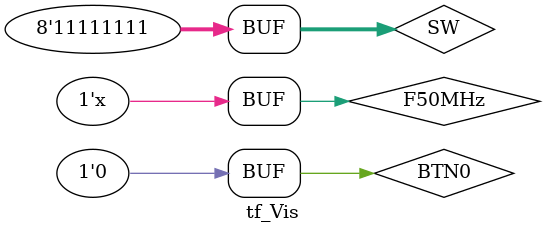
<source format=v>
`timescale 1ns / 1ps
module tf_Vis;

	// Inputs
	reg F50MHz;
	reg [7:0] SW;
	reg BTN0;

	// Outputs
	wire [3:0] AN;
	wire [7:0] SEG;
	wire [7:0] LED;
	wire [15:0] dat;

	// Instantiate the Unit Under Test (UUT)
	Vis uut (
		.F50MHz(F50MHz), 
		.AN(AN), 
		.SW(SW), 
		.SEG(SEG), 
		.BTN0(BTN0), 
		.LED(LED),
		.dat(dat)
	);

	initial begin
		F50MHz = 0;
		SW = 0;
		BTN0 = 0;
	end
	
	initial begin
	#30 BTN0 = 1;
	#90 BTN0 = 0;
	end
	
	initial begin
	#100 SW = 8'h1;
	#100 SW = 8'h2;
	#100 SW = 8'h9;
	#100 SW = 8'h10;
	#100 SW = 8'h1A;
	#100 SW = 8'h1F;
	#100 SW = 8'hFF;
	end
	
	always #10  F50MHz = !F50MHz; 
      
endmodule


</source>
